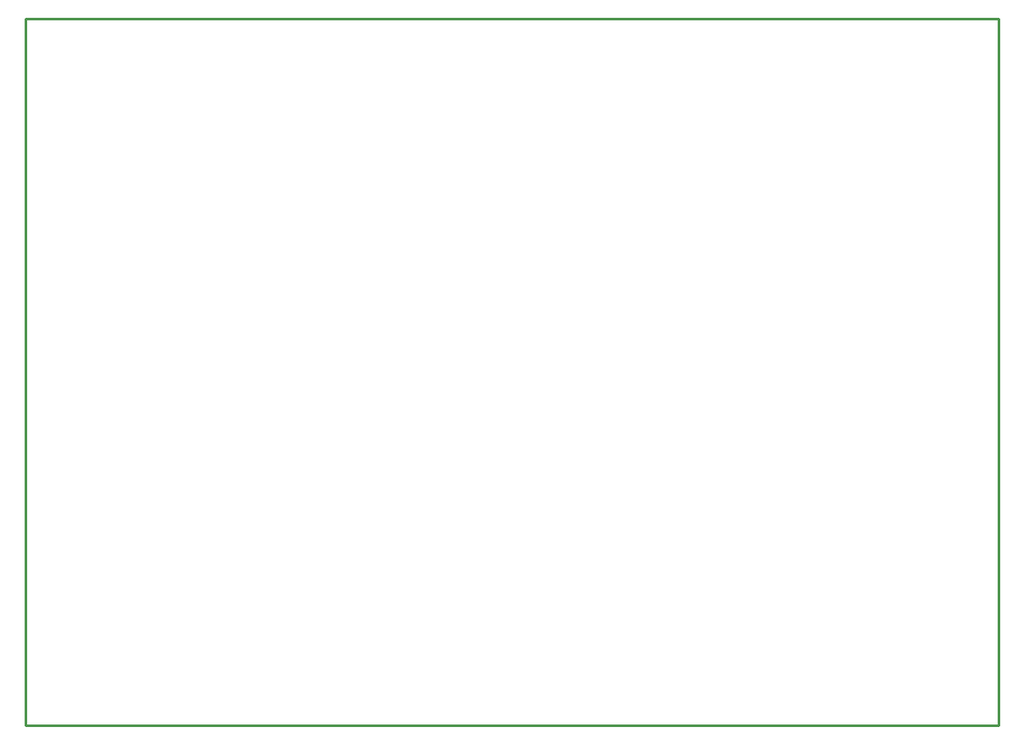
<source format=gbr>
%TF.GenerationSoftware,Altium Limited,Altium Designer,21.8.1 (53)*%
G04 Layer_Color=16711935*
%FSLAX43Y43*%
%MOMM*%
%TF.SameCoordinates,2523FC94-2157-46A2-8D95-2E3533E7A92D*%
%TF.FilePolarity,Positive*%
%TF.FileFunction,Keep-out,Top*%
%TF.Part,Single*%
G01*
G75*
%TA.AperFunction,NonConductor*%
%ADD11C,0.254*%
D11*
X0Y0D02*
X97000D01*
X0Y70500D02*
X97000D01*
Y0D02*
Y70500D01*
X0Y0D02*
Y70500D01*
%TF.MD5,adfa604a694631a61abdc06d3fffffb6*%
M02*

</source>
